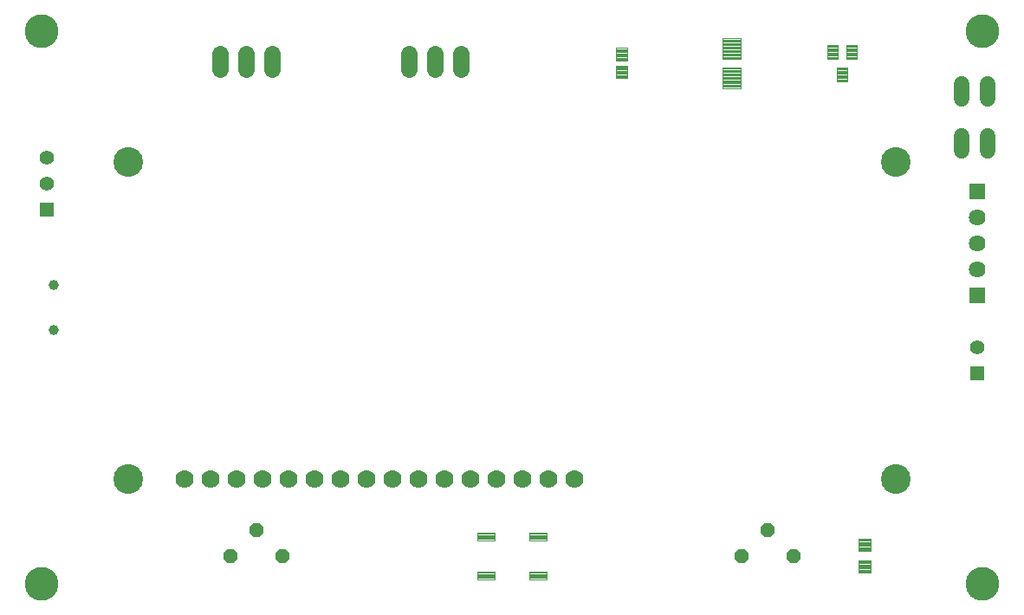
<source format=gbs>
G75*
G70*
%OFA0B0*%
%FSLAX24Y24*%
%IPPOS*%
%LPD*%
%AMOC8*
5,1,8,0,0,1.08239X$1,22.5*
%
%ADD10R,0.0640X0.0640*%
%ADD11C,0.0640*%
%ADD12C,0.0394*%
%ADD13R,0.0555X0.0555*%
%ADD14C,0.0555*%
%ADD15OC8,0.0560*%
%ADD16C,0.1142*%
%ADD17C,0.0700*%
%ADD18C,0.0043*%
%ADD19C,0.0045*%
%ADD20C,0.0043*%
%ADD21C,0.0041*%
%ADD22C,0.0600*%
%ADD23C,0.0041*%
%ADD24C,0.1300*%
%ADD25C,0.0640*%
D10*
X043998Y016478D03*
X043998Y020478D03*
D11*
X043998Y019478D03*
X043998Y018478D03*
X043998Y017478D03*
D12*
X008467Y016881D03*
X008467Y015148D03*
D13*
X008172Y019755D03*
X043998Y013478D03*
D14*
X043998Y014478D03*
X008172Y020755D03*
X008172Y021755D03*
D15*
X016243Y007448D03*
X017243Y006448D03*
X015243Y006448D03*
X034928Y006448D03*
X035928Y007448D03*
X036928Y006448D03*
D16*
X040849Y009400D03*
X040849Y021605D03*
X011321Y021605D03*
X011321Y009400D03*
D17*
X013487Y009400D03*
X014487Y009400D03*
X015487Y009400D03*
X016487Y009400D03*
X017487Y009400D03*
X018487Y009400D03*
X019487Y009400D03*
X020487Y009400D03*
X021487Y009400D03*
X022487Y009400D03*
X023487Y009400D03*
X024487Y009400D03*
X025487Y009400D03*
X026487Y009400D03*
X027487Y009400D03*
X028487Y009400D03*
D18*
X038586Y024697D02*
X038978Y024697D01*
X038586Y024697D02*
X038586Y025245D01*
X038978Y025245D01*
X038978Y024697D01*
X038978Y024739D02*
X038586Y024739D01*
X038586Y024781D02*
X038978Y024781D01*
X038978Y024823D02*
X038586Y024823D01*
X038586Y024865D02*
X038978Y024865D01*
X038978Y024907D02*
X038586Y024907D01*
X038586Y024949D02*
X038978Y024949D01*
X038978Y024991D02*
X038586Y024991D01*
X038586Y025033D02*
X038978Y025033D01*
X038978Y025075D02*
X038586Y025075D01*
X038586Y025117D02*
X038978Y025117D01*
X038978Y025159D02*
X038586Y025159D01*
X038586Y025201D02*
X038978Y025201D01*
X038978Y025243D02*
X038586Y025243D01*
X038604Y025563D02*
X038212Y025563D01*
X038212Y026111D01*
X038604Y026111D01*
X038604Y025563D01*
X038604Y025605D02*
X038212Y025605D01*
X038212Y025647D02*
X038604Y025647D01*
X038604Y025689D02*
X038212Y025689D01*
X038212Y025731D02*
X038604Y025731D01*
X038604Y025773D02*
X038212Y025773D01*
X038212Y025815D02*
X038604Y025815D01*
X038604Y025857D02*
X038212Y025857D01*
X038212Y025899D02*
X038604Y025899D01*
X038604Y025941D02*
X038212Y025941D01*
X038212Y025983D02*
X038604Y025983D01*
X038604Y026025D02*
X038212Y026025D01*
X038212Y026067D02*
X038604Y026067D01*
X038604Y026109D02*
X038212Y026109D01*
X038960Y025563D02*
X039352Y025563D01*
X038960Y025563D02*
X038960Y026111D01*
X039352Y026111D01*
X039352Y025563D01*
X039352Y025605D02*
X038960Y025605D01*
X038960Y025647D02*
X039352Y025647D01*
X039352Y025689D02*
X038960Y025689D01*
X038960Y025731D02*
X039352Y025731D01*
X039352Y025773D02*
X038960Y025773D01*
X038960Y025815D02*
X039352Y025815D01*
X039352Y025857D02*
X038960Y025857D01*
X038960Y025899D02*
X039352Y025899D01*
X039352Y025941D02*
X038960Y025941D01*
X038960Y025983D02*
X039352Y025983D01*
X039352Y026025D02*
X038960Y026025D01*
X038960Y026067D02*
X039352Y026067D01*
X039352Y026109D02*
X038960Y026109D01*
D19*
X034903Y026362D02*
X034903Y025566D01*
X034197Y025566D01*
X034197Y026362D01*
X034903Y026362D01*
X034903Y025610D02*
X034197Y025610D01*
X034197Y025654D02*
X034903Y025654D01*
X034903Y025698D02*
X034197Y025698D01*
X034197Y025742D02*
X034903Y025742D01*
X034903Y025786D02*
X034197Y025786D01*
X034197Y025830D02*
X034903Y025830D01*
X034903Y025874D02*
X034197Y025874D01*
X034197Y025918D02*
X034903Y025918D01*
X034903Y025962D02*
X034197Y025962D01*
X034197Y026006D02*
X034903Y026006D01*
X034903Y026050D02*
X034197Y026050D01*
X034197Y026094D02*
X034903Y026094D01*
X034903Y026138D02*
X034197Y026138D01*
X034197Y026182D02*
X034903Y026182D01*
X034903Y026226D02*
X034197Y026226D01*
X034197Y026270D02*
X034903Y026270D01*
X034903Y026314D02*
X034197Y026314D01*
X034197Y026358D02*
X034903Y026358D01*
X034903Y025242D02*
X034903Y024446D01*
X034197Y024446D01*
X034197Y025242D01*
X034903Y025242D01*
X034903Y024490D02*
X034197Y024490D01*
X034197Y024534D02*
X034903Y024534D01*
X034903Y024578D02*
X034197Y024578D01*
X034197Y024622D02*
X034903Y024622D01*
X034903Y024666D02*
X034197Y024666D01*
X034197Y024710D02*
X034903Y024710D01*
X034903Y024754D02*
X034197Y024754D01*
X034197Y024798D02*
X034903Y024798D01*
X034903Y024842D02*
X034197Y024842D01*
X034197Y024886D02*
X034903Y024886D01*
X034903Y024930D02*
X034197Y024930D01*
X034197Y024974D02*
X034903Y024974D01*
X034903Y025018D02*
X034197Y025018D01*
X034197Y025062D02*
X034903Y025062D01*
X034903Y025106D02*
X034197Y025106D01*
X034197Y025150D02*
X034903Y025150D01*
X034903Y025194D02*
X034197Y025194D01*
X034197Y025238D02*
X034903Y025238D01*
D20*
X030532Y025319D02*
X030532Y024821D01*
X030102Y024821D01*
X030102Y025319D01*
X030532Y025319D01*
X030532Y024863D02*
X030102Y024863D01*
X030102Y024905D02*
X030532Y024905D01*
X030532Y024947D02*
X030102Y024947D01*
X030102Y024989D02*
X030532Y024989D01*
X030532Y025031D02*
X030102Y025031D01*
X030102Y025073D02*
X030532Y025073D01*
X030532Y025115D02*
X030102Y025115D01*
X030102Y025157D02*
X030532Y025157D01*
X030532Y025199D02*
X030102Y025199D01*
X030102Y025241D02*
X030532Y025241D01*
X030532Y025283D02*
X030102Y025283D01*
X030532Y025490D02*
X030532Y025988D01*
X030532Y025490D02*
X030102Y025490D01*
X030102Y025988D01*
X030532Y025988D01*
X030532Y025532D02*
X030102Y025532D01*
X030102Y025574D02*
X030532Y025574D01*
X030532Y025616D02*
X030102Y025616D01*
X030102Y025658D02*
X030532Y025658D01*
X030532Y025700D02*
X030102Y025700D01*
X030102Y025742D02*
X030532Y025742D01*
X030532Y025784D02*
X030102Y025784D01*
X030102Y025826D02*
X030532Y025826D01*
X030532Y025868D02*
X030102Y025868D01*
X030102Y025910D02*
X030532Y025910D01*
X030532Y025952D02*
X030102Y025952D01*
D21*
X026760Y007348D02*
X026760Y007048D01*
X026760Y007348D02*
X027410Y007348D01*
X027410Y007048D01*
X026760Y007048D01*
X026760Y007088D02*
X027410Y007088D01*
X027410Y007128D02*
X026760Y007128D01*
X026760Y007168D02*
X027410Y007168D01*
X027410Y007208D02*
X026760Y007208D01*
X026760Y007248D02*
X027410Y007248D01*
X027410Y007288D02*
X026760Y007288D01*
X026760Y007328D02*
X027410Y007328D01*
X024760Y007348D02*
X024760Y007048D01*
X024760Y007348D02*
X025410Y007348D01*
X025410Y007048D01*
X024760Y007048D01*
X024760Y007088D02*
X025410Y007088D01*
X025410Y007128D02*
X024760Y007128D01*
X024760Y007168D02*
X025410Y007168D01*
X025410Y007208D02*
X024760Y007208D01*
X024760Y007248D02*
X025410Y007248D01*
X025410Y007288D02*
X024760Y007288D01*
X024760Y007328D02*
X025410Y007328D01*
X024760Y005848D02*
X024760Y005548D01*
X024760Y005848D02*
X025410Y005848D01*
X025410Y005548D01*
X024760Y005548D01*
X024760Y005588D02*
X025410Y005588D01*
X025410Y005628D02*
X024760Y005628D01*
X024760Y005668D02*
X025410Y005668D01*
X025410Y005708D02*
X024760Y005708D01*
X024760Y005748D02*
X025410Y005748D01*
X025410Y005788D02*
X024760Y005788D01*
X024760Y005828D02*
X025410Y005828D01*
X026760Y005848D02*
X026760Y005548D01*
X026760Y005848D02*
X027410Y005848D01*
X027410Y005548D01*
X026760Y005548D01*
X026760Y005588D02*
X027410Y005588D01*
X027410Y005628D02*
X026760Y005628D01*
X026760Y005668D02*
X027410Y005668D01*
X027410Y005708D02*
X026760Y005708D01*
X026760Y005748D02*
X027410Y005748D01*
X027410Y005788D02*
X026760Y005788D01*
X026760Y005828D02*
X027410Y005828D01*
D22*
X043400Y022030D02*
X043400Y022590D01*
X044400Y022590D02*
X044400Y022030D01*
X044400Y024030D02*
X044400Y024590D01*
X043400Y024590D02*
X043400Y024030D01*
D23*
X039885Y006625D02*
X039413Y006625D01*
X039413Y007097D01*
X039885Y007097D01*
X039885Y006625D01*
X039885Y006665D02*
X039413Y006665D01*
X039413Y006705D02*
X039885Y006705D01*
X039885Y006745D02*
X039413Y006745D01*
X039413Y006785D02*
X039885Y006785D01*
X039885Y006825D02*
X039413Y006825D01*
X039413Y006865D02*
X039885Y006865D01*
X039885Y006905D02*
X039413Y006905D01*
X039413Y006945D02*
X039885Y006945D01*
X039885Y006985D02*
X039413Y006985D01*
X039413Y007025D02*
X039885Y007025D01*
X039885Y007065D02*
X039413Y007065D01*
X039413Y005798D02*
X039885Y005798D01*
X039413Y005798D02*
X039413Y006270D01*
X039885Y006270D01*
X039885Y005798D01*
X039885Y005838D02*
X039413Y005838D01*
X039413Y005878D02*
X039885Y005878D01*
X039885Y005918D02*
X039413Y005918D01*
X039413Y005958D02*
X039885Y005958D01*
X039885Y005998D02*
X039413Y005998D01*
X039413Y006038D02*
X039885Y006038D01*
X039885Y006078D02*
X039413Y006078D01*
X039413Y006118D02*
X039885Y006118D01*
X039885Y006158D02*
X039413Y006158D01*
X039413Y006198D02*
X039885Y006198D01*
X039885Y006238D02*
X039413Y006238D01*
D24*
X007975Y005385D03*
X007975Y026644D03*
X044195Y026644D03*
X044195Y005385D03*
D25*
X024132Y025163D02*
X024132Y025763D01*
X023132Y025763D02*
X023132Y025163D01*
X022132Y025163D02*
X022132Y025763D01*
X016849Y025763D02*
X016849Y025163D01*
X015849Y025163D02*
X015849Y025763D01*
X014849Y025763D02*
X014849Y025163D01*
M02*

</source>
